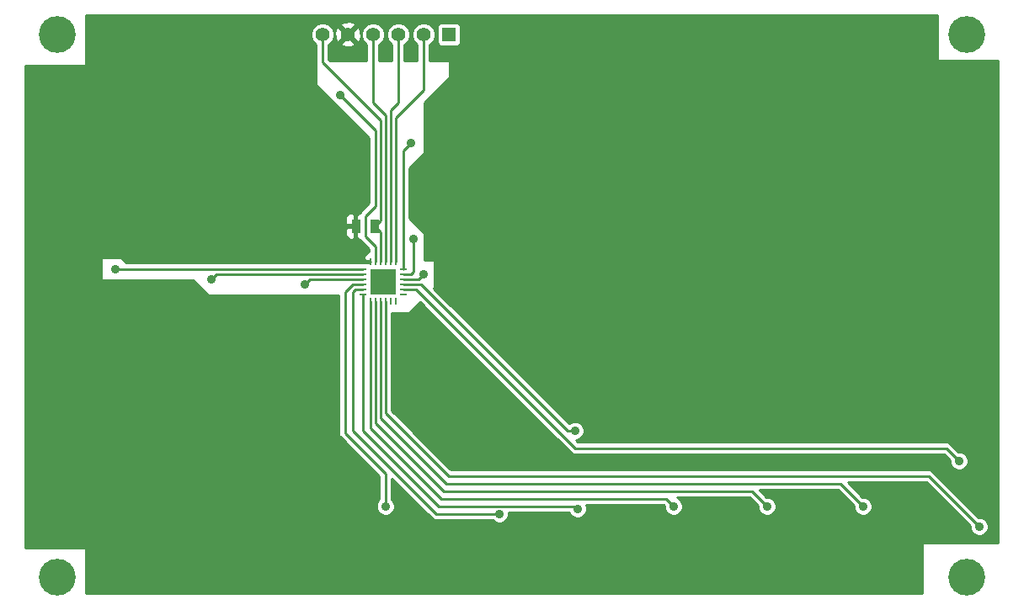
<source format=gbl>
G04 (created by PCBNEW-RS274X (2011-07-08 BZR 3044)-stable) date 22/12/2013 19:49:43*
G01*
G70*
G90*
%MOIN*%
G04 Gerber Fmt 3.4, Leading zero omitted, Abs format*
%FSLAX34Y34*%
G04 APERTURE LIST*
%ADD10C,0.006000*%
%ADD11R,0.098400X0.098400*%
%ADD12O,0.031500X0.009800*%
%ADD13O,0.009800X0.031500*%
%ADD14C,0.025000*%
%ADD15R,0.055000X0.055000*%
%ADD16C,0.055000*%
%ADD17R,0.035000X0.055000*%
%ADD18C,0.145700*%
%ADD19C,0.035000*%
%ADD20C,0.010000*%
%ADD21C,0.030000*%
%ADD22C,0.015000*%
G04 APERTURE END LIST*
G54D10*
G54D11*
X24400Y-20800D03*
G54D12*
X25187Y-20308D03*
X25187Y-20505D03*
X25187Y-20702D03*
X25187Y-20898D03*
X25187Y-21095D03*
X25187Y-21292D03*
G54D13*
X24892Y-21587D03*
X24695Y-21587D03*
X24498Y-21587D03*
X24302Y-21587D03*
X24105Y-21587D03*
X23908Y-21587D03*
G54D12*
X23613Y-21292D03*
X23613Y-21095D03*
X23613Y-20898D03*
X23613Y-20702D03*
X23613Y-20505D03*
X23613Y-20308D03*
G54D13*
X23908Y-20013D03*
X24105Y-20013D03*
X24302Y-20013D03*
X24498Y-20013D03*
X24695Y-20013D03*
X24892Y-20013D03*
G54D14*
X24400Y-20800D03*
X24100Y-20500D03*
X24700Y-20500D03*
X24100Y-21100D03*
X24700Y-21100D03*
G54D15*
X27000Y-11000D03*
G54D16*
X26000Y-11000D03*
X25000Y-11000D03*
X24000Y-11000D03*
X23000Y-11000D03*
X22000Y-11000D03*
G54D17*
X24075Y-18600D03*
X23325Y-18600D03*
G54D18*
X11500Y-32500D03*
X47500Y-32500D03*
X47500Y-11000D03*
X11500Y-11000D03*
G54D19*
X22700Y-13400D03*
X13800Y-20300D03*
X17600Y-20700D03*
X21300Y-20900D03*
X24500Y-29700D03*
X29000Y-30000D03*
X32100Y-29800D03*
X35900Y-29700D03*
X39600Y-29700D03*
X43400Y-29700D03*
X48000Y-30500D03*
X47200Y-27900D03*
X32000Y-26700D03*
X26000Y-20500D03*
X25600Y-19100D03*
X25500Y-15300D03*
X20100Y-11300D03*
X14100Y-32400D03*
G54D20*
X24892Y-20013D02*
X24892Y-14308D01*
X26000Y-13200D02*
X26000Y-11000D01*
X24892Y-14308D02*
X26000Y-13200D01*
X24100Y-16000D02*
X24105Y-16000D01*
X24100Y-17800D02*
X24100Y-16000D01*
X23700Y-18200D02*
X24100Y-17800D01*
X23700Y-19000D02*
X23700Y-18200D01*
X24105Y-19405D02*
X23700Y-19000D01*
X24105Y-16100D02*
X24100Y-16100D01*
X22700Y-13400D02*
X24105Y-14805D01*
X24105Y-14805D02*
X24105Y-16000D01*
X24105Y-16000D02*
X24105Y-16100D01*
X24105Y-20013D02*
X24105Y-19405D01*
X13808Y-20308D02*
X13800Y-20300D01*
X13808Y-20308D02*
X13800Y-20300D01*
X23613Y-20308D02*
X13808Y-20308D01*
X17795Y-20505D02*
X23613Y-20505D01*
X17795Y-20505D02*
X17600Y-20700D01*
X23100Y-20702D02*
X21498Y-20702D01*
X21498Y-20702D02*
X21300Y-20900D01*
X23613Y-20702D02*
X23100Y-20702D01*
X22900Y-26800D02*
X24500Y-28400D01*
X24500Y-28400D02*
X24500Y-29700D01*
X22900Y-26400D02*
X22900Y-26800D01*
X22900Y-26300D02*
X22900Y-26400D01*
X22900Y-22400D02*
X22900Y-24500D01*
X22900Y-24500D02*
X22900Y-26300D01*
X23613Y-20898D02*
X23202Y-20898D01*
X22900Y-21200D02*
X22900Y-22400D01*
X23202Y-20898D02*
X22900Y-21200D01*
X26500Y-30000D02*
X23200Y-26700D01*
X29000Y-30000D02*
X26500Y-30000D01*
X23200Y-26200D02*
X23200Y-26700D01*
X23200Y-22300D02*
X23200Y-26200D01*
X23613Y-21095D02*
X23305Y-21095D01*
X23200Y-21200D02*
X23200Y-22300D01*
X23305Y-21095D02*
X23200Y-21200D01*
X26500Y-29600D02*
X26600Y-29700D01*
X32000Y-29700D02*
X32100Y-29800D01*
X26600Y-29700D02*
X32000Y-29700D01*
X23600Y-26000D02*
X23600Y-26700D01*
X23600Y-26700D02*
X26500Y-29600D01*
X23600Y-22300D02*
X23600Y-26000D01*
X23613Y-21292D02*
X23600Y-21305D01*
X23600Y-21305D02*
X23600Y-22300D01*
X26600Y-29300D02*
X26700Y-29400D01*
X26700Y-29400D02*
X32500Y-29400D01*
X32500Y-29400D02*
X32400Y-29400D01*
X23908Y-21587D02*
X23908Y-22200D01*
X23908Y-22200D02*
X23908Y-25800D01*
X23908Y-26608D02*
X26600Y-29300D01*
X23908Y-25800D02*
X23908Y-26608D01*
X35600Y-29400D02*
X35900Y-29700D01*
X32500Y-29400D02*
X35600Y-29400D01*
X26700Y-29000D02*
X26800Y-29100D01*
X26800Y-29100D02*
X32900Y-29100D01*
X24105Y-22095D02*
X24105Y-26400D01*
X24105Y-26405D02*
X26700Y-29000D01*
X24105Y-26400D02*
X24105Y-26405D01*
X39000Y-29100D02*
X39600Y-29700D01*
X32900Y-29100D02*
X39000Y-29100D01*
X24105Y-21587D02*
X24105Y-22095D01*
X26804Y-28700D02*
X26900Y-28796D01*
X42496Y-28796D02*
X42500Y-28800D01*
X26900Y-28796D02*
X42496Y-28796D01*
X24302Y-22000D02*
X24302Y-26198D01*
X42500Y-28800D02*
X43400Y-29700D01*
X24302Y-26198D02*
X26804Y-28700D01*
X24302Y-21587D02*
X24302Y-22000D01*
X24500Y-21900D02*
X24500Y-23000D01*
X46000Y-28500D02*
X48000Y-30500D01*
X27000Y-28500D02*
X46000Y-28500D01*
X25400Y-26900D02*
X27000Y-28500D01*
X24500Y-26000D02*
X25400Y-26900D01*
X24500Y-23000D02*
X24500Y-26000D01*
X24498Y-21587D02*
X24500Y-21589D01*
X24500Y-21589D02*
X24500Y-21900D01*
X47200Y-27900D02*
X46700Y-27400D01*
X46700Y-27400D02*
X45200Y-27400D01*
X25695Y-21095D02*
X25187Y-21095D01*
X45200Y-27400D02*
X32000Y-27400D01*
X32000Y-27400D02*
X25695Y-21095D01*
X25187Y-20898D02*
X25189Y-20900D01*
X31700Y-26700D02*
X32000Y-26700D01*
X25900Y-20900D02*
X31700Y-26700D01*
X25800Y-20900D02*
X25900Y-20900D01*
X25189Y-20900D02*
X25800Y-20900D01*
X25798Y-20702D02*
X25187Y-20702D01*
X26000Y-20500D02*
X25798Y-20702D01*
X25187Y-20505D02*
X25495Y-20505D01*
X25600Y-20400D02*
X25600Y-19100D01*
X25495Y-20505D02*
X25600Y-20400D01*
X25187Y-20308D02*
X25187Y-15613D01*
X25187Y-15613D02*
X25500Y-15300D01*
X25000Y-13700D02*
X25000Y-11000D01*
X24695Y-14005D02*
X25000Y-13700D01*
X24695Y-20013D02*
X24695Y-14005D01*
X24000Y-13700D02*
X24000Y-11000D01*
X24498Y-14198D02*
X24000Y-13700D01*
X24498Y-20013D02*
X24498Y-14198D01*
G54D21*
X20100Y-11300D02*
X11500Y-19900D01*
X21100Y-11300D02*
X20100Y-11300D01*
X14100Y-31900D02*
X14100Y-32400D01*
X11500Y-29300D02*
X14100Y-31900D01*
X11500Y-19900D02*
X11500Y-29300D01*
G54D22*
X23300Y-19600D02*
X23200Y-19600D01*
G54D20*
X23908Y-20013D02*
X23713Y-20013D01*
G54D22*
X23713Y-20013D02*
X23300Y-19600D01*
X23000Y-19600D02*
X22000Y-18600D01*
X23200Y-19600D02*
X23000Y-19600D01*
X23000Y-11000D02*
X22300Y-10300D01*
X22000Y-18600D02*
X23325Y-18600D01*
X21100Y-17700D02*
X22000Y-18600D01*
G54D21*
X21100Y-10500D02*
X21100Y-11300D01*
X21100Y-11300D02*
X21100Y-17700D01*
G54D22*
X21300Y-10300D02*
X21100Y-10500D01*
X22300Y-10300D02*
X21300Y-10300D01*
G54D20*
X24282Y-18393D02*
X24300Y-18375D01*
X24075Y-18600D02*
X24282Y-18393D01*
X24300Y-18375D02*
X24300Y-14400D01*
X24075Y-18600D02*
X24302Y-18827D01*
X24302Y-18827D02*
X24302Y-20013D01*
X24302Y-14402D02*
X24300Y-14400D01*
X24300Y-14400D02*
X22000Y-12100D01*
X22000Y-12100D02*
X22000Y-11000D01*
G54D10*
G36*
X48750Y-31150D02*
X48375Y-31150D01*
X48375Y-30575D01*
X48375Y-30426D01*
X48318Y-30288D01*
X48213Y-30183D01*
X48075Y-30125D01*
X47978Y-30125D01*
X46177Y-28323D01*
X46096Y-28269D01*
X46000Y-28250D01*
X27103Y-28250D01*
X27050Y-28196D01*
X25577Y-26723D01*
X25574Y-26721D01*
X24750Y-25896D01*
X24750Y-23000D01*
X24750Y-22050D01*
X25421Y-22050D01*
X25858Y-21612D01*
X27050Y-22803D01*
X31821Y-27574D01*
X31823Y-27577D01*
X31904Y-27631D01*
X32000Y-27650D01*
X45200Y-27650D01*
X46596Y-27650D01*
X46825Y-27879D01*
X46825Y-27974D01*
X46882Y-28112D01*
X46987Y-28217D01*
X47125Y-28275D01*
X47274Y-28275D01*
X47412Y-28218D01*
X47517Y-28113D01*
X47575Y-27975D01*
X47575Y-27826D01*
X47518Y-27688D01*
X47413Y-27583D01*
X47275Y-27525D01*
X47179Y-27525D01*
X46877Y-27223D01*
X46796Y-27169D01*
X46700Y-27150D01*
X45200Y-27150D01*
X32103Y-27150D01*
X32028Y-27075D01*
X32074Y-27075D01*
X32212Y-27018D01*
X32317Y-26913D01*
X32375Y-26775D01*
X32375Y-26626D01*
X32318Y-26488D01*
X32213Y-26383D01*
X32075Y-26325D01*
X31926Y-26325D01*
X31788Y-26382D01*
X31761Y-26408D01*
X27474Y-22120D01*
X27474Y-11315D01*
X27474Y-11236D01*
X27474Y-10686D01*
X27444Y-10613D01*
X27388Y-10557D01*
X27315Y-10526D01*
X27236Y-10526D01*
X26686Y-10526D01*
X26613Y-10556D01*
X26557Y-10612D01*
X26526Y-10685D01*
X26526Y-10764D01*
X26526Y-11314D01*
X26556Y-11387D01*
X26612Y-11443D01*
X26685Y-11474D01*
X26764Y-11474D01*
X27314Y-11474D01*
X27387Y-11444D01*
X27443Y-11388D01*
X27474Y-11315D01*
X27474Y-22120D01*
X27050Y-21696D01*
X26412Y-21058D01*
X26450Y-21021D01*
X26450Y-19950D01*
X26050Y-19950D01*
X26050Y-18879D01*
X25450Y-18279D01*
X25450Y-16321D01*
X26050Y-15721D01*
X26050Y-13721D01*
X27050Y-12721D01*
X27050Y-12050D01*
X26250Y-12050D01*
X26250Y-11410D01*
X26269Y-11403D01*
X26402Y-11269D01*
X26475Y-11095D01*
X26475Y-10906D01*
X26403Y-10731D01*
X26269Y-10598D01*
X26095Y-10525D01*
X25906Y-10525D01*
X25731Y-10597D01*
X25598Y-10731D01*
X25525Y-10905D01*
X25525Y-11094D01*
X25597Y-11269D01*
X25731Y-11402D01*
X25750Y-11409D01*
X25750Y-12050D01*
X25250Y-12050D01*
X25250Y-11410D01*
X25269Y-11403D01*
X25402Y-11269D01*
X25475Y-11095D01*
X25475Y-10906D01*
X25403Y-10731D01*
X25269Y-10598D01*
X25095Y-10525D01*
X24906Y-10525D01*
X24731Y-10597D01*
X24598Y-10731D01*
X24525Y-10905D01*
X24525Y-11094D01*
X24597Y-11269D01*
X24731Y-11402D01*
X24750Y-11409D01*
X24750Y-12050D01*
X24250Y-12050D01*
X24250Y-11410D01*
X24269Y-11403D01*
X24402Y-11269D01*
X24475Y-11095D01*
X24475Y-10906D01*
X24403Y-10731D01*
X24269Y-10598D01*
X24095Y-10525D01*
X23906Y-10525D01*
X23731Y-10597D01*
X23598Y-10731D01*
X23525Y-10905D01*
X23525Y-11094D01*
X23597Y-11269D01*
X23731Y-11402D01*
X23750Y-11409D01*
X23750Y-12050D01*
X23519Y-12050D01*
X23519Y-11074D01*
X23508Y-10870D01*
X23452Y-10733D01*
X23361Y-10710D01*
X23290Y-10781D01*
X23290Y-10639D01*
X23267Y-10548D01*
X23074Y-10481D01*
X22870Y-10492D01*
X22733Y-10548D01*
X22710Y-10639D01*
X23000Y-10929D01*
X23290Y-10639D01*
X23290Y-10781D01*
X23071Y-11000D01*
X23361Y-11290D01*
X23452Y-11267D01*
X23519Y-11074D01*
X23519Y-12050D01*
X23290Y-12050D01*
X23290Y-11361D01*
X23000Y-11071D01*
X22929Y-11142D01*
X22929Y-11000D01*
X22639Y-10710D01*
X22548Y-10733D01*
X22481Y-10926D01*
X22492Y-11130D01*
X22548Y-11267D01*
X22639Y-11290D01*
X22929Y-11000D01*
X22929Y-11142D01*
X22710Y-11361D01*
X22733Y-11452D01*
X22926Y-11519D01*
X23130Y-11508D01*
X23267Y-11452D01*
X23290Y-11361D01*
X23290Y-12050D01*
X22303Y-12050D01*
X22250Y-11996D01*
X22250Y-11410D01*
X22269Y-11403D01*
X22402Y-11269D01*
X22475Y-11095D01*
X22475Y-10906D01*
X22403Y-10731D01*
X22269Y-10598D01*
X22095Y-10525D01*
X21906Y-10525D01*
X21731Y-10597D01*
X21598Y-10731D01*
X21525Y-10905D01*
X21525Y-11094D01*
X21597Y-11269D01*
X21731Y-11402D01*
X21750Y-11409D01*
X21750Y-12050D01*
X21750Y-12100D01*
X21750Y-13021D01*
X23850Y-15121D01*
X23850Y-16000D01*
X23850Y-16100D01*
X23850Y-17679D01*
X23453Y-18075D01*
X23437Y-18075D01*
X23375Y-18137D01*
X23375Y-18154D01*
X23350Y-18179D01*
X23350Y-19021D01*
X23375Y-19046D01*
X23375Y-19063D01*
X23437Y-19125D01*
X23453Y-19124D01*
X23850Y-19521D01*
X23850Y-19606D01*
X23808Y-19606D01*
X23808Y-19623D01*
X23797Y-19627D01*
X23699Y-19691D01*
X23633Y-19787D01*
X23609Y-19901D01*
X23609Y-19963D01*
X23808Y-19963D01*
X23850Y-19963D01*
X23850Y-20050D01*
X23275Y-20050D01*
X23275Y-19063D01*
X23275Y-18650D01*
X23275Y-18550D01*
X23275Y-18137D01*
X23213Y-18075D01*
X23101Y-18076D01*
X23009Y-18114D01*
X22939Y-18184D01*
X22901Y-18275D01*
X22901Y-18374D01*
X22900Y-18488D01*
X22962Y-18550D01*
X23275Y-18550D01*
X23275Y-18650D01*
X22962Y-18650D01*
X22900Y-18712D01*
X22901Y-18826D01*
X22901Y-18925D01*
X22939Y-19016D01*
X23009Y-19086D01*
X23101Y-19124D01*
X23213Y-19125D01*
X23275Y-19063D01*
X23275Y-20050D01*
X14221Y-20050D01*
X14021Y-19850D01*
X13250Y-19850D01*
X13250Y-20750D01*
X16879Y-20750D01*
X17479Y-21350D01*
X22650Y-21350D01*
X22650Y-22400D01*
X22650Y-24500D01*
X22650Y-26300D01*
X22650Y-26400D01*
X22650Y-26800D01*
X22650Y-26950D01*
X22705Y-26950D01*
X22723Y-26977D01*
X24250Y-28503D01*
X24250Y-29420D01*
X24183Y-29487D01*
X24125Y-29625D01*
X24125Y-29774D01*
X24182Y-29912D01*
X24287Y-30017D01*
X24425Y-30075D01*
X24574Y-30075D01*
X24712Y-30018D01*
X24817Y-29913D01*
X24875Y-29775D01*
X24875Y-29626D01*
X24818Y-29488D01*
X24750Y-29420D01*
X24750Y-28603D01*
X26321Y-30174D01*
X26323Y-30177D01*
X26404Y-30231D01*
X26499Y-30250D01*
X26499Y-30249D01*
X26500Y-30250D01*
X27050Y-30250D01*
X28720Y-30250D01*
X28787Y-30317D01*
X28925Y-30375D01*
X29074Y-30375D01*
X29212Y-30318D01*
X29317Y-30213D01*
X29375Y-30075D01*
X29375Y-29950D01*
X31756Y-29950D01*
X31782Y-30012D01*
X31887Y-30117D01*
X32025Y-30175D01*
X32174Y-30175D01*
X32312Y-30118D01*
X32417Y-30013D01*
X32475Y-29875D01*
X32475Y-29726D01*
X32443Y-29650D01*
X32500Y-29650D01*
X35496Y-29650D01*
X35525Y-29679D01*
X35525Y-29774D01*
X35582Y-29912D01*
X35687Y-30017D01*
X35825Y-30075D01*
X35974Y-30075D01*
X36112Y-30018D01*
X36217Y-29913D01*
X36275Y-29775D01*
X36275Y-29626D01*
X36218Y-29488D01*
X36113Y-29383D01*
X36034Y-29350D01*
X38896Y-29350D01*
X39225Y-29678D01*
X39225Y-29774D01*
X39282Y-29912D01*
X39387Y-30017D01*
X39525Y-30075D01*
X39674Y-30075D01*
X39812Y-30018D01*
X39917Y-29913D01*
X39975Y-29775D01*
X39975Y-29626D01*
X39918Y-29488D01*
X39813Y-29383D01*
X39675Y-29325D01*
X39578Y-29325D01*
X39299Y-29046D01*
X42392Y-29046D01*
X43025Y-29678D01*
X43025Y-29774D01*
X43082Y-29912D01*
X43187Y-30017D01*
X43325Y-30075D01*
X43474Y-30075D01*
X43612Y-30018D01*
X43717Y-29913D01*
X43775Y-29775D01*
X43775Y-29626D01*
X43718Y-29488D01*
X43613Y-29383D01*
X43475Y-29325D01*
X43378Y-29325D01*
X42803Y-28750D01*
X45896Y-28750D01*
X47625Y-30478D01*
X47625Y-30574D01*
X47682Y-30712D01*
X47787Y-30817D01*
X47925Y-30875D01*
X48074Y-30875D01*
X48212Y-30818D01*
X48317Y-30713D01*
X48375Y-30575D01*
X48375Y-31150D01*
X45750Y-31150D01*
X45750Y-33150D01*
X27050Y-33150D01*
X12650Y-33150D01*
X12650Y-31350D01*
X10250Y-31350D01*
X10250Y-12250D01*
X12650Y-12250D01*
X12650Y-10250D01*
X46350Y-10250D01*
X46350Y-12050D01*
X48750Y-12050D01*
X48750Y-31150D01*
X48750Y-31150D01*
G37*
G54D20*
X48750Y-31150D02*
X48375Y-31150D01*
X48375Y-30575D01*
X48375Y-30426D01*
X48318Y-30288D01*
X48213Y-30183D01*
X48075Y-30125D01*
X47978Y-30125D01*
X46177Y-28323D01*
X46096Y-28269D01*
X46000Y-28250D01*
X27103Y-28250D01*
X27050Y-28196D01*
X25577Y-26723D01*
X25574Y-26721D01*
X24750Y-25896D01*
X24750Y-23000D01*
X24750Y-22050D01*
X25421Y-22050D01*
X25858Y-21612D01*
X27050Y-22803D01*
X31821Y-27574D01*
X31823Y-27577D01*
X31904Y-27631D01*
X32000Y-27650D01*
X45200Y-27650D01*
X46596Y-27650D01*
X46825Y-27879D01*
X46825Y-27974D01*
X46882Y-28112D01*
X46987Y-28217D01*
X47125Y-28275D01*
X47274Y-28275D01*
X47412Y-28218D01*
X47517Y-28113D01*
X47575Y-27975D01*
X47575Y-27826D01*
X47518Y-27688D01*
X47413Y-27583D01*
X47275Y-27525D01*
X47179Y-27525D01*
X46877Y-27223D01*
X46796Y-27169D01*
X46700Y-27150D01*
X45200Y-27150D01*
X32103Y-27150D01*
X32028Y-27075D01*
X32074Y-27075D01*
X32212Y-27018D01*
X32317Y-26913D01*
X32375Y-26775D01*
X32375Y-26626D01*
X32318Y-26488D01*
X32213Y-26383D01*
X32075Y-26325D01*
X31926Y-26325D01*
X31788Y-26382D01*
X31761Y-26408D01*
X27474Y-22120D01*
X27474Y-11315D01*
X27474Y-11236D01*
X27474Y-10686D01*
X27444Y-10613D01*
X27388Y-10557D01*
X27315Y-10526D01*
X27236Y-10526D01*
X26686Y-10526D01*
X26613Y-10556D01*
X26557Y-10612D01*
X26526Y-10685D01*
X26526Y-10764D01*
X26526Y-11314D01*
X26556Y-11387D01*
X26612Y-11443D01*
X26685Y-11474D01*
X26764Y-11474D01*
X27314Y-11474D01*
X27387Y-11444D01*
X27443Y-11388D01*
X27474Y-11315D01*
X27474Y-22120D01*
X27050Y-21696D01*
X26412Y-21058D01*
X26450Y-21021D01*
X26450Y-19950D01*
X26050Y-19950D01*
X26050Y-18879D01*
X25450Y-18279D01*
X25450Y-16321D01*
X26050Y-15721D01*
X26050Y-13721D01*
X27050Y-12721D01*
X27050Y-12050D01*
X26250Y-12050D01*
X26250Y-11410D01*
X26269Y-11403D01*
X26402Y-11269D01*
X26475Y-11095D01*
X26475Y-10906D01*
X26403Y-10731D01*
X26269Y-10598D01*
X26095Y-10525D01*
X25906Y-10525D01*
X25731Y-10597D01*
X25598Y-10731D01*
X25525Y-10905D01*
X25525Y-11094D01*
X25597Y-11269D01*
X25731Y-11402D01*
X25750Y-11409D01*
X25750Y-12050D01*
X25250Y-12050D01*
X25250Y-11410D01*
X25269Y-11403D01*
X25402Y-11269D01*
X25475Y-11095D01*
X25475Y-10906D01*
X25403Y-10731D01*
X25269Y-10598D01*
X25095Y-10525D01*
X24906Y-10525D01*
X24731Y-10597D01*
X24598Y-10731D01*
X24525Y-10905D01*
X24525Y-11094D01*
X24597Y-11269D01*
X24731Y-11402D01*
X24750Y-11409D01*
X24750Y-12050D01*
X24250Y-12050D01*
X24250Y-11410D01*
X24269Y-11403D01*
X24402Y-11269D01*
X24475Y-11095D01*
X24475Y-10906D01*
X24403Y-10731D01*
X24269Y-10598D01*
X24095Y-10525D01*
X23906Y-10525D01*
X23731Y-10597D01*
X23598Y-10731D01*
X23525Y-10905D01*
X23525Y-11094D01*
X23597Y-11269D01*
X23731Y-11402D01*
X23750Y-11409D01*
X23750Y-12050D01*
X23519Y-12050D01*
X23519Y-11074D01*
X23508Y-10870D01*
X23452Y-10733D01*
X23361Y-10710D01*
X23290Y-10781D01*
X23290Y-10639D01*
X23267Y-10548D01*
X23074Y-10481D01*
X22870Y-10492D01*
X22733Y-10548D01*
X22710Y-10639D01*
X23000Y-10929D01*
X23290Y-10639D01*
X23290Y-10781D01*
X23071Y-11000D01*
X23361Y-11290D01*
X23452Y-11267D01*
X23519Y-11074D01*
X23519Y-12050D01*
X23290Y-12050D01*
X23290Y-11361D01*
X23000Y-11071D01*
X22929Y-11142D01*
X22929Y-11000D01*
X22639Y-10710D01*
X22548Y-10733D01*
X22481Y-10926D01*
X22492Y-11130D01*
X22548Y-11267D01*
X22639Y-11290D01*
X22929Y-11000D01*
X22929Y-11142D01*
X22710Y-11361D01*
X22733Y-11452D01*
X22926Y-11519D01*
X23130Y-11508D01*
X23267Y-11452D01*
X23290Y-11361D01*
X23290Y-12050D01*
X22303Y-12050D01*
X22250Y-11996D01*
X22250Y-11410D01*
X22269Y-11403D01*
X22402Y-11269D01*
X22475Y-11095D01*
X22475Y-10906D01*
X22403Y-10731D01*
X22269Y-10598D01*
X22095Y-10525D01*
X21906Y-10525D01*
X21731Y-10597D01*
X21598Y-10731D01*
X21525Y-10905D01*
X21525Y-11094D01*
X21597Y-11269D01*
X21731Y-11402D01*
X21750Y-11409D01*
X21750Y-12050D01*
X21750Y-12100D01*
X21750Y-13021D01*
X23850Y-15121D01*
X23850Y-16000D01*
X23850Y-16100D01*
X23850Y-17679D01*
X23453Y-18075D01*
X23437Y-18075D01*
X23375Y-18137D01*
X23375Y-18154D01*
X23350Y-18179D01*
X23350Y-19021D01*
X23375Y-19046D01*
X23375Y-19063D01*
X23437Y-19125D01*
X23453Y-19124D01*
X23850Y-19521D01*
X23850Y-19606D01*
X23808Y-19606D01*
X23808Y-19623D01*
X23797Y-19627D01*
X23699Y-19691D01*
X23633Y-19787D01*
X23609Y-19901D01*
X23609Y-19963D01*
X23808Y-19963D01*
X23850Y-19963D01*
X23850Y-20050D01*
X23275Y-20050D01*
X23275Y-19063D01*
X23275Y-18650D01*
X23275Y-18550D01*
X23275Y-18137D01*
X23213Y-18075D01*
X23101Y-18076D01*
X23009Y-18114D01*
X22939Y-18184D01*
X22901Y-18275D01*
X22901Y-18374D01*
X22900Y-18488D01*
X22962Y-18550D01*
X23275Y-18550D01*
X23275Y-18650D01*
X22962Y-18650D01*
X22900Y-18712D01*
X22901Y-18826D01*
X22901Y-18925D01*
X22939Y-19016D01*
X23009Y-19086D01*
X23101Y-19124D01*
X23213Y-19125D01*
X23275Y-19063D01*
X23275Y-20050D01*
X14221Y-20050D01*
X14021Y-19850D01*
X13250Y-19850D01*
X13250Y-20750D01*
X16879Y-20750D01*
X17479Y-21350D01*
X22650Y-21350D01*
X22650Y-22400D01*
X22650Y-24500D01*
X22650Y-26300D01*
X22650Y-26400D01*
X22650Y-26800D01*
X22650Y-26950D01*
X22705Y-26950D01*
X22723Y-26977D01*
X24250Y-28503D01*
X24250Y-29420D01*
X24183Y-29487D01*
X24125Y-29625D01*
X24125Y-29774D01*
X24182Y-29912D01*
X24287Y-30017D01*
X24425Y-30075D01*
X24574Y-30075D01*
X24712Y-30018D01*
X24817Y-29913D01*
X24875Y-29775D01*
X24875Y-29626D01*
X24818Y-29488D01*
X24750Y-29420D01*
X24750Y-28603D01*
X26321Y-30174D01*
X26323Y-30177D01*
X26404Y-30231D01*
X26499Y-30250D01*
X26499Y-30249D01*
X26500Y-30250D01*
X27050Y-30250D01*
X28720Y-30250D01*
X28787Y-30317D01*
X28925Y-30375D01*
X29074Y-30375D01*
X29212Y-30318D01*
X29317Y-30213D01*
X29375Y-30075D01*
X29375Y-29950D01*
X31756Y-29950D01*
X31782Y-30012D01*
X31887Y-30117D01*
X32025Y-30175D01*
X32174Y-30175D01*
X32312Y-30118D01*
X32417Y-30013D01*
X32475Y-29875D01*
X32475Y-29726D01*
X32443Y-29650D01*
X32500Y-29650D01*
X35496Y-29650D01*
X35525Y-29679D01*
X35525Y-29774D01*
X35582Y-29912D01*
X35687Y-30017D01*
X35825Y-30075D01*
X35974Y-30075D01*
X36112Y-30018D01*
X36217Y-29913D01*
X36275Y-29775D01*
X36275Y-29626D01*
X36218Y-29488D01*
X36113Y-29383D01*
X36034Y-29350D01*
X38896Y-29350D01*
X39225Y-29678D01*
X39225Y-29774D01*
X39282Y-29912D01*
X39387Y-30017D01*
X39525Y-30075D01*
X39674Y-30075D01*
X39812Y-30018D01*
X39917Y-29913D01*
X39975Y-29775D01*
X39975Y-29626D01*
X39918Y-29488D01*
X39813Y-29383D01*
X39675Y-29325D01*
X39578Y-29325D01*
X39299Y-29046D01*
X42392Y-29046D01*
X43025Y-29678D01*
X43025Y-29774D01*
X43082Y-29912D01*
X43187Y-30017D01*
X43325Y-30075D01*
X43474Y-30075D01*
X43612Y-30018D01*
X43717Y-29913D01*
X43775Y-29775D01*
X43775Y-29626D01*
X43718Y-29488D01*
X43613Y-29383D01*
X43475Y-29325D01*
X43378Y-29325D01*
X42803Y-28750D01*
X45896Y-28750D01*
X47625Y-30478D01*
X47625Y-30574D01*
X47682Y-30712D01*
X47787Y-30817D01*
X47925Y-30875D01*
X48074Y-30875D01*
X48212Y-30818D01*
X48317Y-30713D01*
X48375Y-30575D01*
X48375Y-31150D01*
X45750Y-31150D01*
X45750Y-33150D01*
X27050Y-33150D01*
X12650Y-33150D01*
X12650Y-31350D01*
X10250Y-31350D01*
X10250Y-12250D01*
X12650Y-12250D01*
X12650Y-10250D01*
X46350Y-10250D01*
X46350Y-12050D01*
X48750Y-12050D01*
X48750Y-31150D01*
M02*

</source>
